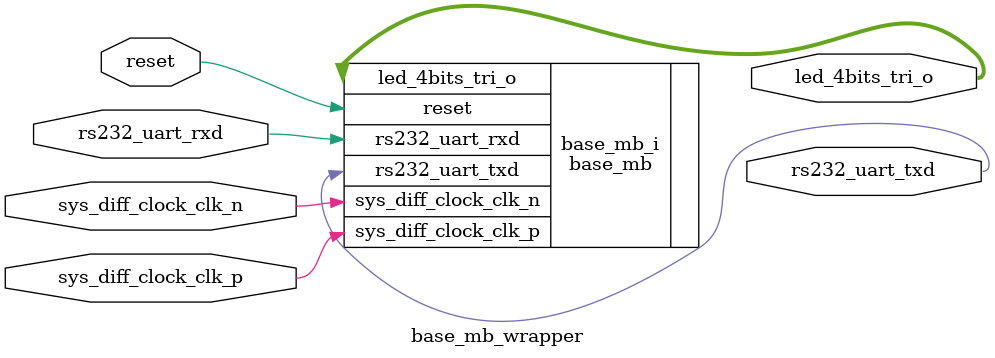
<source format=v>
`timescale 1 ps / 1 ps

module base_mb_wrapper
   (led_4bits_tri_o,
    reset,
    rs232_uart_rxd,
    rs232_uart_txd,
    sys_diff_clock_clk_n,
    sys_diff_clock_clk_p);
  output [3:0]led_4bits_tri_o;
  input reset;
  input rs232_uart_rxd;
  output rs232_uart_txd;
  input sys_diff_clock_clk_n;
  input sys_diff_clock_clk_p;

  wire [3:0]led_4bits_tri_o;
  wire reset;
  wire rs232_uart_rxd;
  wire rs232_uart_txd;
  wire sys_diff_clock_clk_n;
  wire sys_diff_clock_clk_p;

  base_mb base_mb_i
       (.led_4bits_tri_o(led_4bits_tri_o),
        .reset(reset),
        .rs232_uart_rxd(rs232_uart_rxd),
        .rs232_uart_txd(rs232_uart_txd),
        .sys_diff_clock_clk_n(sys_diff_clock_clk_n),
        .sys_diff_clock_clk_p(sys_diff_clock_clk_p));
endmodule

</source>
